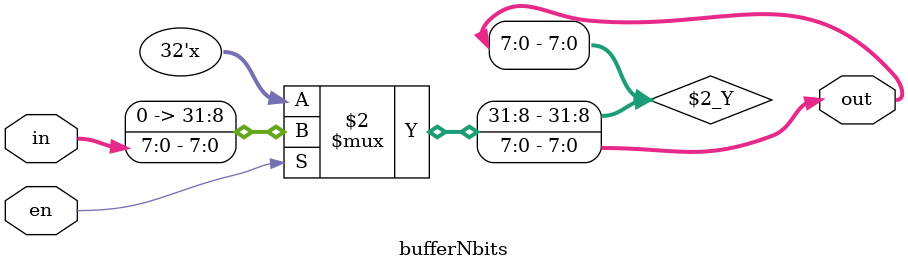
<source format=v>
`timescale 1ns / 1ps


module bufferNbits
#(parameter N=8)(
    input [N-1:0] in,
    input en,
    output [N-1:0] out
);
assign out = en ? in : 'bz;
endmodule

</source>
